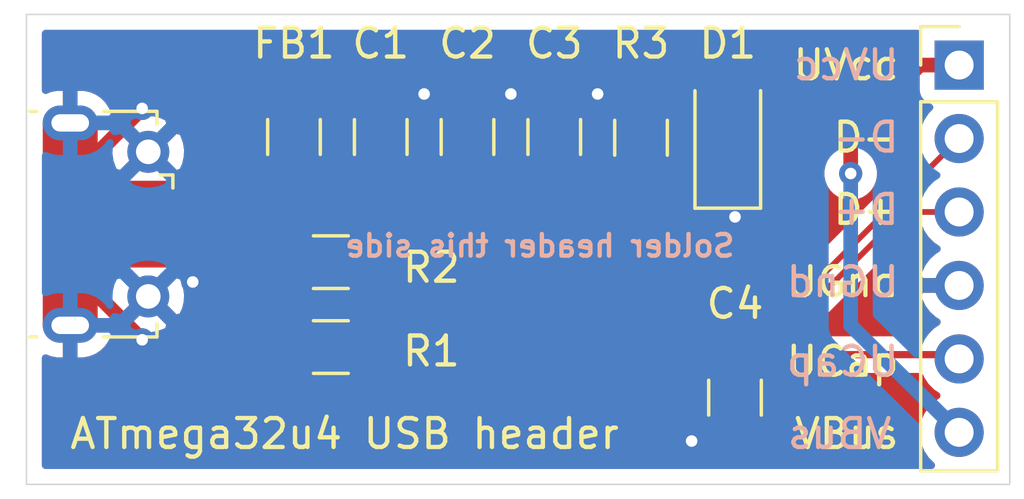
<source format=kicad_pcb>
(kicad_pcb (version 20171130) (host pcbnew "(5.1.5)-3")

  (general
    (thickness 1.6)
    (drawings 18)
    (tracks 65)
    (zones 0)
    (modules 11)
    (nets 10)
  )

  (page A4)
  (layers
    (0 F.Cu signal)
    (31 B.Cu signal)
    (32 B.Adhes user)
    (33 F.Adhes user)
    (34 B.Paste user)
    (35 F.Paste user)
    (36 B.SilkS user)
    (37 F.SilkS user)
    (38 B.Mask user)
    (39 F.Mask user)
    (40 Dwgs.User user)
    (41 Cmts.User user)
    (42 Eco1.User user)
    (43 Eco2.User user)
    (44 Edge.Cuts user)
    (45 Margin user)
    (46 B.CrtYd user)
    (47 F.CrtYd user)
    (48 B.Fab user)
    (49 F.Fab user hide)
  )

  (setup
    (last_trace_width 0.508)
    (user_trace_width 0.381)
    (user_trace_width 0.508)
    (trace_clearance 0.2)
    (zone_clearance 0.508)
    (zone_45_only no)
    (trace_min 0.2)
    (via_size 0.8)
    (via_drill 0.4)
    (via_min_size 0.4)
    (via_min_drill 0.3)
    (uvia_size 0.3)
    (uvia_drill 0.1)
    (uvias_allowed no)
    (uvia_min_size 0.2)
    (uvia_min_drill 0.1)
    (edge_width 0.05)
    (segment_width 0.2)
    (pcb_text_width 0.3)
    (pcb_text_size 1.5 1.5)
    (mod_edge_width 0.12)
    (mod_text_size 1 1)
    (mod_text_width 0.15)
    (pad_size 1.524 1.524)
    (pad_drill 0.762)
    (pad_to_mask_clearance 0.051)
    (solder_mask_min_width 0.25)
    (aux_axis_origin 0 0)
    (visible_elements 7FFFFFFF)
    (pcbplotparams
      (layerselection 0x010fc_ffffffff)
      (usegerberextensions false)
      (usegerberattributes false)
      (usegerberadvancedattributes false)
      (creategerberjobfile false)
      (excludeedgelayer true)
      (linewidth 0.100000)
      (plotframeref false)
      (viasonmask false)
      (mode 1)
      (useauxorigin false)
      (hpglpennumber 1)
      (hpglpenspeed 20)
      (hpglpendiameter 15.000000)
      (psnegative false)
      (psa4output false)
      (plotreference true)
      (plotvalue true)
      (plotinvisibletext false)
      (padsonsilk false)
      (subtractmaskfromsilk false)
      (outputformat 1)
      (mirror false)
      (drillshape 0)
      (scaleselection 1)
      (outputdirectory "gerbers/"))
  )

  (net 0 "")
  (net 1 "Net-(J1-Pad4)")
  (net 2 /DR-)
  (net 3 /DR+)
  (net 4 UVcc)
  (net 5 UGnd)
  (net 6 UCap)
  (net 7 "Net-(D1-Pad2)")
  (net 8 D-)
  (net 9 D+)

  (net_class Default "This is the default net class."
    (clearance 0.2)
    (trace_width 0.25)
    (via_dia 0.8)
    (via_drill 0.4)
    (uvia_dia 0.3)
    (uvia_drill 0.1)
    (add_net /DR+)
    (add_net /DR-)
    (add_net D+)
    (add_net D-)
    (add_net "Net-(D1-Pad2)")
    (add_net "Net-(J1-Pad4)")
    (add_net UCap)
    (add_net UGnd)
    (add_net UVcc)
  )

  (module Connector_USB:USB_Micro-B_Molex-105017-0001 (layer F.Cu) (tedit 5A1DC0BE) (tstamp 6125420C)
    (at 102.75 91 270)
    (descr http://www.molex.com/pdm_docs/sd/1050170001_sd.pdf)
    (tags "Micro-USB SMD Typ-B")
    (path /6125557F)
    (attr smd)
    (fp_text reference J1 (at 5.25 -1.75 180) (layer F.SilkS) hide
      (effects (font (size 1 1) (thickness 0.15)))
    )
    (fp_text value USB_B_Micro (at 0.3 4.3375 90) (layer F.Fab)
      (effects (font (size 1 1) (thickness 0.15)))
    )
    (fp_text user "PCB Edge" (at 0 2.6875 90) (layer Dwgs.User)
      (effects (font (size 0.5 0.5) (thickness 0.08)))
    )
    (fp_text user %R (at 0 0.8875 90) (layer F.Fab)
      (effects (font (size 1 1) (thickness 0.15)))
    )
    (fp_line (start -4.4 3.64) (end 4.4 3.64) (layer F.CrtYd) (width 0.05))
    (fp_line (start 4.4 -2.46) (end 4.4 3.64) (layer F.CrtYd) (width 0.05))
    (fp_line (start -4.4 -2.46) (end 4.4 -2.46) (layer F.CrtYd) (width 0.05))
    (fp_line (start -4.4 3.64) (end -4.4 -2.46) (layer F.CrtYd) (width 0.05))
    (fp_line (start -3.9 -1.7625) (end -3.45 -1.7625) (layer F.SilkS) (width 0.12))
    (fp_line (start -3.9 0.0875) (end -3.9 -1.7625) (layer F.SilkS) (width 0.12))
    (fp_line (start 3.9 2.6375) (end 3.9 2.3875) (layer F.SilkS) (width 0.12))
    (fp_line (start 3.75 3.3875) (end 3.75 -1.6125) (layer F.Fab) (width 0.1))
    (fp_line (start -3 2.689204) (end 3 2.689204) (layer F.Fab) (width 0.1))
    (fp_line (start -3.75 3.389204) (end 3.75 3.389204) (layer F.Fab) (width 0.1))
    (fp_line (start -3.75 -1.6125) (end 3.75 -1.6125) (layer F.Fab) (width 0.1))
    (fp_line (start -3.75 3.3875) (end -3.75 -1.6125) (layer F.Fab) (width 0.1))
    (fp_line (start -3.9 2.6375) (end -3.9 2.3875) (layer F.SilkS) (width 0.12))
    (fp_line (start 3.9 0.0875) (end 3.9 -1.7625) (layer F.SilkS) (width 0.12))
    (fp_line (start 3.9 -1.7625) (end 3.45 -1.7625) (layer F.SilkS) (width 0.12))
    (fp_line (start -1.7 -2.3125) (end -1.25 -2.3125) (layer F.SilkS) (width 0.12))
    (fp_line (start -1.7 -2.3125) (end -1.7 -1.8625) (layer F.SilkS) (width 0.12))
    (fp_line (start -1.3 -1.7125) (end -1.5 -1.9125) (layer F.Fab) (width 0.1))
    (fp_line (start -1.1 -1.9125) (end -1.3 -1.7125) (layer F.Fab) (width 0.1))
    (fp_line (start -1.5 -2.1225) (end -1.1 -2.1225) (layer F.Fab) (width 0.1))
    (fp_line (start -1.5 -2.1225) (end -1.5 -1.9125) (layer F.Fab) (width 0.1))
    (fp_line (start -1.1 -2.1225) (end -1.1 -1.9125) (layer F.Fab) (width 0.1))
    (pad 6 smd rect (at 1 1.2375 270) (size 1.5 1.9) (layers F.Cu F.Paste F.Mask)
      (net 5 UGnd))
    (pad 6 thru_hole circle (at -2.5 -1.4625 270) (size 1.45 1.45) (drill 0.85) (layers *.Cu *.Mask)
      (net 5 UGnd))
    (pad 2 smd rect (at -0.65 -1.4625 270) (size 0.4 1.35) (layers F.Cu F.Paste F.Mask)
      (net 2 /DR-))
    (pad 1 smd rect (at -1.3 -1.4625 270) (size 0.4 1.35) (layers F.Cu F.Paste F.Mask)
      (net 4 UVcc))
    (pad 5 smd rect (at 1.3 -1.4625 270) (size 0.4 1.35) (layers F.Cu F.Paste F.Mask)
      (net 5 UGnd))
    (pad 4 smd rect (at 0.65 -1.4625 270) (size 0.4 1.35) (layers F.Cu F.Paste F.Mask)
      (net 1 "Net-(J1-Pad4)"))
    (pad 3 smd rect (at 0 -1.4625 270) (size 0.4 1.35) (layers F.Cu F.Paste F.Mask)
      (net 3 /DR+))
    (pad 6 thru_hole circle (at 2.5 -1.4625 270) (size 1.45 1.45) (drill 0.85) (layers *.Cu *.Mask)
      (net 5 UGnd))
    (pad 6 smd rect (at -1 1.2375 270) (size 1.5 1.9) (layers F.Cu F.Paste F.Mask)
      (net 5 UGnd))
    (pad 6 thru_hole oval (at -3.5 1.2375 90) (size 1.2 1.9) (drill oval 0.6 1.3) (layers *.Cu *.Mask)
      (net 5 UGnd))
    (pad 6 thru_hole oval (at 3.5 1.2375 270) (size 1.2 1.9) (drill oval 0.6 1.3) (layers *.Cu *.Mask)
      (net 5 UGnd))
    (pad 6 smd rect (at 2.9 1.2375 270) (size 1.2 1.9) (layers F.Cu F.Mask)
      (net 5 UGnd))
    (pad 6 smd rect (at -2.9 1.2375 270) (size 1.2 1.9) (layers F.Cu F.Mask)
      (net 5 UGnd))
    (model ${KISYS3DMOD}/Connector_USB.3dshapes/USB_Micro-B_Molex-105017-0001.wrl
      (at (xyz 0 0 0))
      (scale (xyz 1 1 1))
      (rotate (xyz 0 0 0))
    )
  )

  (module Capacitor_SMD:C_1206_3216Metric_Pad1.42x1.75mm_HandSolder (layer F.Cu) (tedit 5B301BBE) (tstamp 6125519C)
    (at 112.25 87.9875 270)
    (descr "Capacitor SMD 1206 (3216 Metric), square (rectangular) end terminal, IPC_7351 nominal with elongated pad for handsoldering. (Body size source: http://www.tortai-tech.com/upload/download/2011102023233369053.pdf), generated with kicad-footprint-generator")
    (tags "capacitor handsolder")
    (path /6126B4A3)
    (attr smd)
    (fp_text reference C1 (at -3.2375 0 180) (layer F.SilkS)
      (effects (font (size 1 1) (thickness 0.15)))
    )
    (fp_text value 10uF (at 0 1.82 90) (layer F.Fab)
      (effects (font (size 1 1) (thickness 0.15)))
    )
    (fp_text user %R (at 0 0 90) (layer F.Fab)
      (effects (font (size 0.8 0.8) (thickness 0.12)))
    )
    (fp_line (start 2.45 1.12) (end -2.45 1.12) (layer F.CrtYd) (width 0.05))
    (fp_line (start 2.45 -1.12) (end 2.45 1.12) (layer F.CrtYd) (width 0.05))
    (fp_line (start -2.45 -1.12) (end 2.45 -1.12) (layer F.CrtYd) (width 0.05))
    (fp_line (start -2.45 1.12) (end -2.45 -1.12) (layer F.CrtYd) (width 0.05))
    (fp_line (start -0.602064 0.91) (end 0.602064 0.91) (layer F.SilkS) (width 0.12))
    (fp_line (start -0.602064 -0.91) (end 0.602064 -0.91) (layer F.SilkS) (width 0.12))
    (fp_line (start 1.6 0.8) (end -1.6 0.8) (layer F.Fab) (width 0.1))
    (fp_line (start 1.6 -0.8) (end 1.6 0.8) (layer F.Fab) (width 0.1))
    (fp_line (start -1.6 -0.8) (end 1.6 -0.8) (layer F.Fab) (width 0.1))
    (fp_line (start -1.6 0.8) (end -1.6 -0.8) (layer F.Fab) (width 0.1))
    (pad 2 smd roundrect (at 1.4875 0 270) (size 1.425 1.75) (layers F.Cu F.Paste F.Mask) (roundrect_rratio 0.175439)
      (net 4 UVcc))
    (pad 1 smd roundrect (at -1.4875 0 270) (size 1.425 1.75) (layers F.Cu F.Paste F.Mask) (roundrect_rratio 0.175439)
      (net 5 UGnd))
    (model ${KISYS3DMOD}/Capacitor_SMD.3dshapes/C_1206_3216Metric.wrl
      (at (xyz 0 0 0))
      (scale (xyz 1 1 1))
      (rotate (xyz 0 0 0))
    )
  )

  (module Capacitor_SMD:C_1206_3216Metric_Pad1.42x1.75mm_HandSolder (layer F.Cu) (tedit 5B301BBE) (tstamp 61254FD3)
    (at 115.25 87.9875 90)
    (descr "Capacitor SMD 1206 (3216 Metric), square (rectangular) end terminal, IPC_7351 nominal with elongated pad for handsoldering. (Body size source: http://www.tortai-tech.com/upload/download/2011102023233369053.pdf), generated with kicad-footprint-generator")
    (tags "capacitor handsolder")
    (path /6126DF79)
    (attr smd)
    (fp_text reference C2 (at 3.2375 0 180) (layer F.SilkS)
      (effects (font (size 1 1) (thickness 0.15)))
    )
    (fp_text value 1uF (at 0 1.82 90) (layer F.Fab)
      (effects (font (size 1 1) (thickness 0.15)))
    )
    (fp_text user %R (at 0 0 90) (layer F.Fab)
      (effects (font (size 0.8 0.8) (thickness 0.12)))
    )
    (fp_line (start 2.45 1.12) (end -2.45 1.12) (layer F.CrtYd) (width 0.05))
    (fp_line (start 2.45 -1.12) (end 2.45 1.12) (layer F.CrtYd) (width 0.05))
    (fp_line (start -2.45 -1.12) (end 2.45 -1.12) (layer F.CrtYd) (width 0.05))
    (fp_line (start -2.45 1.12) (end -2.45 -1.12) (layer F.CrtYd) (width 0.05))
    (fp_line (start -0.602064 0.91) (end 0.602064 0.91) (layer F.SilkS) (width 0.12))
    (fp_line (start -0.602064 -0.91) (end 0.602064 -0.91) (layer F.SilkS) (width 0.12))
    (fp_line (start 1.6 0.8) (end -1.6 0.8) (layer F.Fab) (width 0.1))
    (fp_line (start 1.6 -0.8) (end 1.6 0.8) (layer F.Fab) (width 0.1))
    (fp_line (start -1.6 -0.8) (end 1.6 -0.8) (layer F.Fab) (width 0.1))
    (fp_line (start -1.6 0.8) (end -1.6 -0.8) (layer F.Fab) (width 0.1))
    (pad 2 smd roundrect (at 1.4875 0 90) (size 1.425 1.75) (layers F.Cu F.Paste F.Mask) (roundrect_rratio 0.175439)
      (net 5 UGnd))
    (pad 1 smd roundrect (at -1.4875 0 90) (size 1.425 1.75) (layers F.Cu F.Paste F.Mask) (roundrect_rratio 0.175439)
      (net 4 UVcc))
    (model ${KISYS3DMOD}/Capacitor_SMD.3dshapes/C_1206_3216Metric.wrl
      (at (xyz 0 0 0))
      (scale (xyz 1 1 1))
      (rotate (xyz 0 0 0))
    )
  )

  (module Capacitor_SMD:C_1206_3216Metric_Pad1.42x1.75mm_HandSolder (layer F.Cu) (tedit 5B301BBE) (tstamp 61254FE4)
    (at 118.25 87.9875 90)
    (descr "Capacitor SMD 1206 (3216 Metric), square (rectangular) end terminal, IPC_7351 nominal with elongated pad for handsoldering. (Body size source: http://www.tortai-tech.com/upload/download/2011102023233369053.pdf), generated with kicad-footprint-generator")
    (tags "capacitor handsolder")
    (path /6126E66F)
    (attr smd)
    (fp_text reference C3 (at 3.2375 0 180) (layer F.SilkS)
      (effects (font (size 1 1) (thickness 0.15)))
    )
    (fp_text value 0.1uF (at 0 1.82 90) (layer F.Fab)
      (effects (font (size 1 1) (thickness 0.15)))
    )
    (fp_line (start -1.6 0.8) (end -1.6 -0.8) (layer F.Fab) (width 0.1))
    (fp_line (start -1.6 -0.8) (end 1.6 -0.8) (layer F.Fab) (width 0.1))
    (fp_line (start 1.6 -0.8) (end 1.6 0.8) (layer F.Fab) (width 0.1))
    (fp_line (start 1.6 0.8) (end -1.6 0.8) (layer F.Fab) (width 0.1))
    (fp_line (start -0.602064 -0.91) (end 0.602064 -0.91) (layer F.SilkS) (width 0.12))
    (fp_line (start -0.602064 0.91) (end 0.602064 0.91) (layer F.SilkS) (width 0.12))
    (fp_line (start -2.45 1.12) (end -2.45 -1.12) (layer F.CrtYd) (width 0.05))
    (fp_line (start -2.45 -1.12) (end 2.45 -1.12) (layer F.CrtYd) (width 0.05))
    (fp_line (start 2.45 -1.12) (end 2.45 1.12) (layer F.CrtYd) (width 0.05))
    (fp_line (start 2.45 1.12) (end -2.45 1.12) (layer F.CrtYd) (width 0.05))
    (fp_text user %R (at 0 0 90) (layer F.Fab)
      (effects (font (size 0.8 0.8) (thickness 0.12)))
    )
    (pad 1 smd roundrect (at -1.4875 0 90) (size 1.425 1.75) (layers F.Cu F.Paste F.Mask) (roundrect_rratio 0.175439)
      (net 4 UVcc))
    (pad 2 smd roundrect (at 1.4875 0 90) (size 1.425 1.75) (layers F.Cu F.Paste F.Mask) (roundrect_rratio 0.175439)
      (net 5 UGnd))
    (model ${KISYS3DMOD}/Capacitor_SMD.3dshapes/C_1206_3216Metric.wrl
      (at (xyz 0 0 0))
      (scale (xyz 1 1 1))
      (rotate (xyz 0 0 0))
    )
  )

  (module Capacitor_SMD:C_1206_3216Metric_Pad1.42x1.75mm_HandSolder (layer F.Cu) (tedit 5B301BBE) (tstamp 61254FF5)
    (at 124.5 97 90)
    (descr "Capacitor SMD 1206 (3216 Metric), square (rectangular) end terminal, IPC_7351 nominal with elongated pad for handsoldering. (Body size source: http://www.tortai-tech.com/upload/download/2011102023233369053.pdf), generated with kicad-footprint-generator")
    (tags "capacitor handsolder")
    (path /6126BAAC)
    (attr smd)
    (fp_text reference C4 (at 3.25 0 180) (layer F.SilkS)
      (effects (font (size 1 1) (thickness 0.15)))
    )
    (fp_text value 1uF (at 0 1.82 90) (layer F.Fab)
      (effects (font (size 1 1) (thickness 0.15)))
    )
    (fp_line (start -1.6 0.8) (end -1.6 -0.8) (layer F.Fab) (width 0.1))
    (fp_line (start -1.6 -0.8) (end 1.6 -0.8) (layer F.Fab) (width 0.1))
    (fp_line (start 1.6 -0.8) (end 1.6 0.8) (layer F.Fab) (width 0.1))
    (fp_line (start 1.6 0.8) (end -1.6 0.8) (layer F.Fab) (width 0.1))
    (fp_line (start -0.602064 -0.91) (end 0.602064 -0.91) (layer F.SilkS) (width 0.12))
    (fp_line (start -0.602064 0.91) (end 0.602064 0.91) (layer F.SilkS) (width 0.12))
    (fp_line (start -2.45 1.12) (end -2.45 -1.12) (layer F.CrtYd) (width 0.05))
    (fp_line (start -2.45 -1.12) (end 2.45 -1.12) (layer F.CrtYd) (width 0.05))
    (fp_line (start 2.45 -1.12) (end 2.45 1.12) (layer F.CrtYd) (width 0.05))
    (fp_line (start 2.45 1.12) (end -2.45 1.12) (layer F.CrtYd) (width 0.05))
    (fp_text user %R (at 0 0 90) (layer F.Fab)
      (effects (font (size 0.8 0.8) (thickness 0.12)))
    )
    (pad 1 smd roundrect (at -1.4875 0 90) (size 1.425 1.75) (layers F.Cu F.Paste F.Mask) (roundrect_rratio 0.175439)
      (net 5 UGnd))
    (pad 2 smd roundrect (at 1.4875 0 90) (size 1.425 1.75) (layers F.Cu F.Paste F.Mask) (roundrect_rratio 0.175439)
      (net 6 UCap))
    (model ${KISYS3DMOD}/Capacitor_SMD.3dshapes/C_1206_3216Metric.wrl
      (at (xyz 0 0 0))
      (scale (xyz 1 1 1))
      (rotate (xyz 0 0 0))
    )
  )

  (module LED_SMD:LED_1206_3216Metric_Pad1.42x1.75mm_HandSolder (layer F.Cu) (tedit 5B4B45C9) (tstamp 61255008)
    (at 124.25 87.9875 90)
    (descr "LED SMD 1206 (3216 Metric), square (rectangular) end terminal, IPC_7351 nominal, (Body size source: http://www.tortai-tech.com/upload/download/2011102023233369053.pdf), generated with kicad-footprint-generator")
    (tags "LED handsolder")
    (path /6126FB2D)
    (attr smd)
    (fp_text reference D1 (at 3.2375 0 180) (layer F.SilkS)
      (effects (font (size 1 1) (thickness 0.15)))
    )
    (fp_text value LED (at 0 1.82 90) (layer F.Fab)
      (effects (font (size 1 1) (thickness 0.15)))
    )
    (fp_line (start 1.6 -0.8) (end -1.2 -0.8) (layer F.Fab) (width 0.1))
    (fp_line (start -1.2 -0.8) (end -1.6 -0.4) (layer F.Fab) (width 0.1))
    (fp_line (start -1.6 -0.4) (end -1.6 0.8) (layer F.Fab) (width 0.1))
    (fp_line (start -1.6 0.8) (end 1.6 0.8) (layer F.Fab) (width 0.1))
    (fp_line (start 1.6 0.8) (end 1.6 -0.8) (layer F.Fab) (width 0.1))
    (fp_line (start 1.6 -1.135) (end -2.46 -1.135) (layer F.SilkS) (width 0.12))
    (fp_line (start -2.46 -1.135) (end -2.46 1.135) (layer F.SilkS) (width 0.12))
    (fp_line (start -2.46 1.135) (end 1.6 1.135) (layer F.SilkS) (width 0.12))
    (fp_line (start -2.45 1.12) (end -2.45 -1.12) (layer F.CrtYd) (width 0.05))
    (fp_line (start -2.45 -1.12) (end 2.45 -1.12) (layer F.CrtYd) (width 0.05))
    (fp_line (start 2.45 -1.12) (end 2.45 1.12) (layer F.CrtYd) (width 0.05))
    (fp_line (start 2.45 1.12) (end -2.45 1.12) (layer F.CrtYd) (width 0.05))
    (fp_text user %R (at 0 0 90) (layer F.Fab)
      (effects (font (size 0.8 0.8) (thickness 0.12)))
    )
    (pad 1 smd roundrect (at -1.4875 0 90) (size 1.425 1.75) (layers F.Cu F.Paste F.Mask) (roundrect_rratio 0.175439)
      (net 5 UGnd))
    (pad 2 smd roundrect (at 1.4875 0 90) (size 1.425 1.75) (layers F.Cu F.Paste F.Mask) (roundrect_rratio 0.175439)
      (net 7 "Net-(D1-Pad2)"))
    (model ${KISYS3DMOD}/LED_SMD.3dshapes/LED_1206_3216Metric.wrl
      (at (xyz 0 0 0))
      (scale (xyz 1 1 1))
      (rotate (xyz 0 0 0))
    )
  )

  (module Resistor_SMD:R_1206_3216Metric_Pad1.42x1.75mm_HandSolder (layer F.Cu) (tedit 5B301BBD) (tstamp 61255019)
    (at 109.25 87.9875 90)
    (descr "Resistor SMD 1206 (3216 Metric), square (rectangular) end terminal, IPC_7351 nominal with elongated pad for handsoldering. (Body size source: http://www.tortai-tech.com/upload/download/2011102023233369053.pdf), generated with kicad-footprint-generator")
    (tags "resistor handsolder")
    (path /6126AFD8)
    (attr smd)
    (fp_text reference FB1 (at 3.2375 0 180) (layer F.SilkS)
      (effects (font (size 1 1) (thickness 0.15)))
    )
    (fp_text value Ferrite_Bead_Small (at 0 1.82 90) (layer F.Fab)
      (effects (font (size 1 1) (thickness 0.15)))
    )
    (fp_text user %R (at 0 0 90) (layer F.Fab)
      (effects (font (size 0.8 0.8) (thickness 0.12)))
    )
    (fp_line (start 2.45 1.12) (end -2.45 1.12) (layer F.CrtYd) (width 0.05))
    (fp_line (start 2.45 -1.12) (end 2.45 1.12) (layer F.CrtYd) (width 0.05))
    (fp_line (start -2.45 -1.12) (end 2.45 -1.12) (layer F.CrtYd) (width 0.05))
    (fp_line (start -2.45 1.12) (end -2.45 -1.12) (layer F.CrtYd) (width 0.05))
    (fp_line (start -0.602064 0.91) (end 0.602064 0.91) (layer F.SilkS) (width 0.12))
    (fp_line (start -0.602064 -0.91) (end 0.602064 -0.91) (layer F.SilkS) (width 0.12))
    (fp_line (start 1.6 0.8) (end -1.6 0.8) (layer F.Fab) (width 0.1))
    (fp_line (start 1.6 -0.8) (end 1.6 0.8) (layer F.Fab) (width 0.1))
    (fp_line (start -1.6 -0.8) (end 1.6 -0.8) (layer F.Fab) (width 0.1))
    (fp_line (start -1.6 0.8) (end -1.6 -0.8) (layer F.Fab) (width 0.1))
    (pad 2 smd roundrect (at 1.4875 0 90) (size 1.425 1.75) (layers F.Cu F.Paste F.Mask) (roundrect_rratio 0.175439)
      (net 4 UVcc))
    (pad 1 smd roundrect (at -1.4875 0 90) (size 1.425 1.75) (layers F.Cu F.Paste F.Mask) (roundrect_rratio 0.175439)
      (net 4 UVcc))
    (model ${KISYS3DMOD}/Resistor_SMD.3dshapes/R_1206_3216Metric.wrl
      (at (xyz 0 0 0))
      (scale (xyz 1 1 1))
      (rotate (xyz 0 0 0))
    )
  )

  (module Connector_PinHeader_2.54mm:PinHeader_1x06_P2.54mm_Vertical (layer F.Cu) (tedit 59FED5CC) (tstamp 612555E1)
    (at 132.25 85.5)
    (descr "Through hole straight pin header, 1x06, 2.54mm pitch, single row")
    (tags "Through hole pin header THT 1x06 2.54mm single row")
    (path /61261303)
    (fp_text reference J2 (at -2.5 13.75 180) (layer F.SilkS) hide
      (effects (font (size 1 1) (thickness 0.15)))
    )
    (fp_text value Conn_01x06_Female (at 0 15.03) (layer F.Fab)
      (effects (font (size 1 1) (thickness 0.15)))
    )
    (fp_line (start -0.635 -1.27) (end 1.27 -1.27) (layer F.Fab) (width 0.1))
    (fp_line (start 1.27 -1.27) (end 1.27 13.97) (layer F.Fab) (width 0.1))
    (fp_line (start 1.27 13.97) (end -1.27 13.97) (layer F.Fab) (width 0.1))
    (fp_line (start -1.27 13.97) (end -1.27 -0.635) (layer F.Fab) (width 0.1))
    (fp_line (start -1.27 -0.635) (end -0.635 -1.27) (layer F.Fab) (width 0.1))
    (fp_line (start -1.33 14.03) (end 1.33 14.03) (layer F.SilkS) (width 0.12))
    (fp_line (start -1.33 1.27) (end -1.33 14.03) (layer F.SilkS) (width 0.12))
    (fp_line (start 1.33 1.27) (end 1.33 14.03) (layer F.SilkS) (width 0.12))
    (fp_line (start -1.33 1.27) (end 1.33 1.27) (layer F.SilkS) (width 0.12))
    (fp_line (start -1.33 0) (end -1.33 -1.33) (layer F.SilkS) (width 0.12))
    (fp_line (start -1.33 -1.33) (end 0 -1.33) (layer F.SilkS) (width 0.12))
    (fp_line (start -1.8 -1.8) (end -1.8 14.5) (layer F.CrtYd) (width 0.05))
    (fp_line (start -1.8 14.5) (end 1.8 14.5) (layer F.CrtYd) (width 0.05))
    (fp_line (start 1.8 14.5) (end 1.8 -1.8) (layer F.CrtYd) (width 0.05))
    (fp_line (start 1.8 -1.8) (end -1.8 -1.8) (layer F.CrtYd) (width 0.05))
    (fp_text user %R (at 0 6.35 90) (layer F.Fab)
      (effects (font (size 1 1) (thickness 0.15)))
    )
    (pad 1 thru_hole rect (at 0 0) (size 1.7 1.7) (drill 1) (layers *.Cu *.Mask)
      (net 4 UVcc))
    (pad 2 thru_hole oval (at 0 2.54) (size 1.7 1.7) (drill 1) (layers *.Cu *.Mask)
      (net 8 D-))
    (pad 3 thru_hole oval (at 0 5.08) (size 1.7 1.7) (drill 1) (layers *.Cu *.Mask)
      (net 9 D+))
    (pad 4 thru_hole oval (at 0 7.62) (size 1.7 1.7) (drill 1) (layers *.Cu *.Mask)
      (net 5 UGnd))
    (pad 5 thru_hole oval (at 0 10.16) (size 1.7 1.7) (drill 1) (layers *.Cu *.Mask)
      (net 6 UCap))
    (pad 6 thru_hole oval (at 0 12.7) (size 1.7 1.7) (drill 1) (layers *.Cu *.Mask)
      (net 4 UVcc))
    (model ${KISYS3DMOD}/Connector_PinSocket_2.54mm.3dshapes/PinSocket_1x06_P2.54mm_Vertical.step
      (offset (xyz 0 0 -2))
      (scale (xyz 1 1 1))
      (rotate (xyz 0 180 0))
    )
  )

  (module Resistor_SMD:R_1206_3216Metric_Pad1.42x1.75mm_HandSolder (layer F.Cu) (tedit 5B301BBD) (tstamp 61255044)
    (at 121.25 88.0125 90)
    (descr "Resistor SMD 1206 (3216 Metric), square (rectangular) end terminal, IPC_7351 nominal with elongated pad for handsoldering. (Body size source: http://www.tortai-tech.com/upload/download/2011102023233369053.pdf), generated with kicad-footprint-generator")
    (tags "resistor handsolder")
    (path /6126F76F)
    (attr smd)
    (fp_text reference R3 (at 3.2625 0 180) (layer F.SilkS)
      (effects (font (size 1 1) (thickness 0.15)))
    )
    (fp_text value 1K (at 0 1.82 90) (layer F.Fab)
      (effects (font (size 1 1) (thickness 0.15)))
    )
    (fp_line (start -1.6 0.8) (end -1.6 -0.8) (layer F.Fab) (width 0.1))
    (fp_line (start -1.6 -0.8) (end 1.6 -0.8) (layer F.Fab) (width 0.1))
    (fp_line (start 1.6 -0.8) (end 1.6 0.8) (layer F.Fab) (width 0.1))
    (fp_line (start 1.6 0.8) (end -1.6 0.8) (layer F.Fab) (width 0.1))
    (fp_line (start -0.602064 -0.91) (end 0.602064 -0.91) (layer F.SilkS) (width 0.12))
    (fp_line (start -0.602064 0.91) (end 0.602064 0.91) (layer F.SilkS) (width 0.12))
    (fp_line (start -2.45 1.12) (end -2.45 -1.12) (layer F.CrtYd) (width 0.05))
    (fp_line (start -2.45 -1.12) (end 2.45 -1.12) (layer F.CrtYd) (width 0.05))
    (fp_line (start 2.45 -1.12) (end 2.45 1.12) (layer F.CrtYd) (width 0.05))
    (fp_line (start 2.45 1.12) (end -2.45 1.12) (layer F.CrtYd) (width 0.05))
    (fp_text user %R (at 0 0 90) (layer F.Fab)
      (effects (font (size 0.8 0.8) (thickness 0.12)))
    )
    (pad 1 smd roundrect (at -1.4875 0 90) (size 1.425 1.75) (layers F.Cu F.Paste F.Mask) (roundrect_rratio 0.175439)
      (net 4 UVcc))
    (pad 2 smd roundrect (at 1.4875 0 90) (size 1.425 1.75) (layers F.Cu F.Paste F.Mask) (roundrect_rratio 0.175439)
      (net 7 "Net-(D1-Pad2)"))
    (model ${KISYS3DMOD}/Resistor_SMD.3dshapes/R_1206_3216Metric.wrl
      (at (xyz 0 0 0))
      (scale (xyz 1 1 1))
      (rotate (xyz 0 0 0))
    )
  )

  (module Resistor_SMD:R_1206_3216Metric_Pad1.42x1.75mm_HandSolder (layer F.Cu) (tedit 5B301BBD) (tstamp 61255547)
    (at 110.524999 95.25 180)
    (descr "Resistor SMD 1206 (3216 Metric), square (rectangular) end terminal, IPC_7351 nominal with elongated pad for handsoldering. (Body size source: http://www.tortai-tech.com/upload/download/2011102023233369053.pdf), generated with kicad-footprint-generator")
    (tags "resistor handsolder")
    (path /61255C02)
    (attr smd)
    (fp_text reference R1 (at -3.475001 -0.145001) (layer F.SilkS)
      (effects (font (size 1 1) (thickness 0.15)))
    )
    (fp_text value 22 (at 0 1.82) (layer F.Fab)
      (effects (font (size 1 1) (thickness 0.15)))
    )
    (fp_line (start -1.6 0.8) (end -1.6 -0.8) (layer F.Fab) (width 0.1))
    (fp_line (start -1.6 -0.8) (end 1.6 -0.8) (layer F.Fab) (width 0.1))
    (fp_line (start 1.6 -0.8) (end 1.6 0.8) (layer F.Fab) (width 0.1))
    (fp_line (start 1.6 0.8) (end -1.6 0.8) (layer F.Fab) (width 0.1))
    (fp_line (start -0.602064 -0.91) (end 0.602064 -0.91) (layer F.SilkS) (width 0.12))
    (fp_line (start -0.602064 0.91) (end 0.602064 0.91) (layer F.SilkS) (width 0.12))
    (fp_line (start -2.45 1.12) (end -2.45 -1.12) (layer F.CrtYd) (width 0.05))
    (fp_line (start -2.45 -1.12) (end 2.45 -1.12) (layer F.CrtYd) (width 0.05))
    (fp_line (start 2.45 -1.12) (end 2.45 1.12) (layer F.CrtYd) (width 0.05))
    (fp_line (start 2.45 1.12) (end -2.45 1.12) (layer F.CrtYd) (width 0.05))
    (fp_text user %R (at 0 0) (layer F.Fab)
      (effects (font (size 0.8 0.8) (thickness 0.12)))
    )
    (pad 1 smd roundrect (at -1.4875 0 180) (size 1.425 1.75) (layers F.Cu F.Paste F.Mask) (roundrect_rratio 0.175439)
      (net 9 D+))
    (pad 2 smd roundrect (at 1.4875 0 180) (size 1.425 1.75) (layers F.Cu F.Paste F.Mask) (roundrect_rratio 0.175439)
      (net 3 /DR+))
    (model ${KISYS3DMOD}/Resistor_SMD.3dshapes/R_1206_3216Metric.wrl
      (at (xyz 0 0 0))
      (scale (xyz 1 1 1))
      (rotate (xyz 0 0 0))
    )
  )

  (module Resistor_SMD:R_1206_3216Metric_Pad1.42x1.75mm_HandSolder (layer F.Cu) (tedit 5B301BBD) (tstamp 61255558)
    (at 110.524999 92.314999 180)
    (descr "Resistor SMD 1206 (3216 Metric), square (rectangular) end terminal, IPC_7351 nominal with elongated pad for handsoldering. (Body size source: http://www.tortai-tech.com/upload/download/2011102023233369053.pdf), generated with kicad-footprint-generator")
    (tags "resistor handsolder")
    (path /612566EC)
    (attr smd)
    (fp_text reference R2 (at -3.475001 -0.185001) (layer F.SilkS)
      (effects (font (size 1 1) (thickness 0.15)))
    )
    (fp_text value 22 (at 0 1.82) (layer F.Fab)
      (effects (font (size 1 1) (thickness 0.15)))
    )
    (fp_text user %R (at 0 0) (layer F.Fab)
      (effects (font (size 0.8 0.8) (thickness 0.12)))
    )
    (fp_line (start 2.45 1.12) (end -2.45 1.12) (layer F.CrtYd) (width 0.05))
    (fp_line (start 2.45 -1.12) (end 2.45 1.12) (layer F.CrtYd) (width 0.05))
    (fp_line (start -2.45 -1.12) (end 2.45 -1.12) (layer F.CrtYd) (width 0.05))
    (fp_line (start -2.45 1.12) (end -2.45 -1.12) (layer F.CrtYd) (width 0.05))
    (fp_line (start -0.602064 0.91) (end 0.602064 0.91) (layer F.SilkS) (width 0.12))
    (fp_line (start -0.602064 -0.91) (end 0.602064 -0.91) (layer F.SilkS) (width 0.12))
    (fp_line (start 1.6 0.8) (end -1.6 0.8) (layer F.Fab) (width 0.1))
    (fp_line (start 1.6 -0.8) (end 1.6 0.8) (layer F.Fab) (width 0.1))
    (fp_line (start -1.6 -0.8) (end 1.6 -0.8) (layer F.Fab) (width 0.1))
    (fp_line (start -1.6 0.8) (end -1.6 -0.8) (layer F.Fab) (width 0.1))
    (pad 2 smd roundrect (at 1.4875 0 180) (size 1.425 1.75) (layers F.Cu F.Paste F.Mask) (roundrect_rratio 0.175439)
      (net 2 /DR-))
    (pad 1 smd roundrect (at -1.4875 0 180) (size 1.425 1.75) (layers F.Cu F.Paste F.Mask) (roundrect_rratio 0.175439)
      (net 8 D-))
    (model ${KISYS3DMOD}/Resistor_SMD.3dshapes/R_1206_3216Metric.wrl
      (at (xyz 0 0 0))
      (scale (xyz 1 1 1))
      (rotate (xyz 0 0 0))
    )
  )

  (gr_text "Solder header this side" (at 117.75 91.75) (layer B.SilkS)
    (effects (font (size 0.75 0.75) (thickness 0.15)) (justify mirror))
  )
  (gr_text "ATmega32u4 USB header" (at 111 98.25) (layer F.SilkS)
    (effects (font (size 1 1) (thickness 0.15)))
  )
  (gr_text VBus (at 130 98.25) (layer B.SilkS)
    (effects (font (size 1 1) (thickness 0.15)) (justify left mirror))
  )
  (gr_text UCap (at 130.25 95.75) (layer B.SilkS)
    (effects (font (size 1 1) (thickness 0.15)) (justify left mirror))
  )
  (gr_text UGnd (at 130.25 93) (layer B.SilkS)
    (effects (font (size 1 1) (thickness 0.15)) (justify left mirror))
  )
  (gr_text D+ (at 130.25 90.5) (layer B.SilkS)
    (effects (font (size 1 1) (thickness 0.15)) (justify left mirror))
  )
  (gr_text D- (at 130.25 88) (layer B.SilkS)
    (effects (font (size 1 1) (thickness 0.15)) (justify left mirror))
  )
  (gr_text UVcc (at 130.25 85.5) (layer B.SilkS)
    (effects (font (size 1 1) (thickness 0.15)) (justify left mirror))
  )
  (gr_line (start 134 100) (end 100 100) (layer Edge.Cuts) (width 0.05) (tstamp 61255816))
  (gr_line (start 134 83.75) (end 134 100) (layer Edge.Cuts) (width 0.05))
  (gr_line (start 100 83.75) (end 134 83.75) (layer Edge.Cuts) (width 0.05))
  (gr_text VBus (at 130.25 98.25) (layer F.SilkS) (tstamp 6125561A)
    (effects (font (size 1 1) (thickness 0.15)) (justify right))
  )
  (gr_text UCap (at 130.25 95.75) (layer F.SilkS) (tstamp 61255590)
    (effects (font (size 1 1) (thickness 0.15)) (justify right))
  )
  (gr_text UGnd (at 130.25 93) (layer F.SilkS) (tstamp 61255599)
    (effects (font (size 1 1) (thickness 0.15)) (justify right))
  )
  (gr_text D+ (at 130.25 90.5) (layer F.SilkS) (tstamp 61255617)
    (effects (font (size 1 1) (thickness 0.15)) (justify right))
  )
  (gr_text D- (at 130.25 88) (layer F.SilkS) (tstamp 61255620)
    (effects (font (size 1 1) (thickness 0.15)) (justify right))
  )
  (gr_text UVcc (at 130.25 85.5) (layer F.SilkS) (tstamp 6125561D)
    (effects (font (size 1 1) (thickness 0.15)) (justify right))
  )
  (gr_line (start 100 83.75) (end 100 100) (layer Edge.Cuts) (width 0.05) (tstamp 61255BD1))

  (segment (start 106.738895 92.314999) (end 109.037499 92.314999) (width 0.2) (layer F.Cu) (net 2) (status 20))
  (segment (start 104.2125 90.35) (end 104.3125 90.45) (width 0.2) (layer F.Cu) (net 2) (status 30))
  (segment (start 105.063885 90.45) (end 105.637492 91.023607) (width 0.2) (layer F.Cu) (net 2))
  (segment (start 105.637492 91.213596) (end 106.738895 92.314999) (width 0.2) (layer F.Cu) (net 2))
  (segment (start 104.3125 90.45) (end 105.063885 90.45) (width 0.2) (layer F.Cu) (net 2) (status 10))
  (segment (start 105.637492 91.023607) (end 105.637492 91.213596) (width 0.2) (layer F.Cu) (net 2))
  (segment (start 105.187501 91.400002) (end 109.037499 95.25) (width 0.2) (layer F.Cu) (net 3) (status 20))
  (segment (start 105.187501 91.209999) (end 105.187501 91.400002) (width 0.2) (layer F.Cu) (net 3))
  (segment (start 104.2125 91) (end 104.3125 90.9) (width 0.2) (layer F.Cu) (net 3) (status 30))
  (segment (start 104.877502 90.9) (end 105.187501 91.209999) (width 0.2) (layer F.Cu) (net 3) (status 10))
  (segment (start 104.3125 90.9) (end 104.877502 90.9) (width 0.2) (layer F.Cu) (net 3) (status 30))
  (segment (start 112.25 89.475) (end 115.25 89.475) (width 0.508) (layer F.Cu) (net 4) (status 30))
  (segment (start 115.25 89.475) (end 118.25 89.475) (width 0.508) (layer F.Cu) (net 4) (status 30))
  (segment (start 121.475 89.475) (end 121.5 89.5) (width 0.508) (layer F.Cu) (net 4) (status 30))
  (segment (start 118.25 89.475) (end 121.475 89.475) (width 0.508) (layer F.Cu) (net 4) (status 30))
  (segment (start 106.7625 89.7) (end 109.25 87.2125) (width 0.381) (layer F.Cu) (net 4))
  (segment (start 109.25 87.2125) (end 109.25 86.5) (width 0.381) (layer F.Cu) (net 4) (status 20))
  (segment (start 104.2125 89.7) (end 106.7625 89.7) (width 0.381) (layer F.Cu) (net 4) (status 10))
  (segment (start 109.25 89.475) (end 112.25 89.475) (width 0.381) (layer F.Cu) (net 4) (status 30))
  (segment (start 109.25 86.5) (end 109.25 89.475) (width 0.381) (layer F.Cu) (net 4))
  (segment (start 122.125 89.5) (end 123.625 88) (width 0.508) (layer F.Cu) (net 4))
  (segment (start 121.25 89.5) (end 122.125 89.5) (width 0.508) (layer F.Cu) (net 4))
  (segment (start 130.892 85.5) (end 132.25 85.5) (width 0.508) (layer F.Cu) (net 4))
  (segment (start 128.392 88) (end 130.892 85.5) (width 0.508) (layer F.Cu) (net 4))
  (segment (start 123.625 88) (end 128.392 88) (width 0.508) (layer F.Cu) (net 4))
  (segment (start 128.392 88) (end 128.5 88.108) (width 0.508) (layer F.Cu) (net 4))
  (segment (start 128.5 88.108) (end 128.5 89.25) (width 0.508) (layer F.Cu) (net 4))
  (segment (start 128.392 89.358) (end 128.5 89.25) (width 0.508) (layer B.Cu) (net 4))
  (via (at 128.5 89.25) (size 0.8) (drill 0.4) (layers F.Cu B.Cu) (net 4))
  (segment (start 128.5 94.5) (end 128.75 94.75) (width 0.508) (layer B.Cu) (net 4))
  (segment (start 128.5 89.25) (end 128.5 94.5) (width 0.508) (layer B.Cu) (net 4))
  (segment (start 132.25 98.2) (end 128.75 94.75) (width 0.508) (layer B.Cu) (net 4))
  (via (at 113.75 86.5) (size 0.8) (drill 0.4) (layers F.Cu B.Cu) (net 5))
  (segment (start 112.25 86.5) (end 113.75 86.5) (width 0.508) (layer F.Cu) (net 5) (status 10))
  (via (at 116.75 86.5) (size 0.8) (drill 0.4) (layers F.Cu B.Cu) (net 5))
  (segment (start 115.25 86.5) (end 116.75 86.5) (width 0.508) (layer F.Cu) (net 5) (status 10))
  (via (at 119.75 86.5) (size 0.8) (drill 0.4) (layers F.Cu B.Cu) (net 5))
  (segment (start 118.25 86.5) (end 119.75 86.5) (width 0.508) (layer F.Cu) (net 5) (status 10))
  (segment (start 104.2125 92.3) (end 105.05 92.3) (width 0.381) (layer F.Cu) (net 5) (status 10))
  (via (at 105.75 93) (size 0.8) (drill 0.4) (layers F.Cu B.Cu) (net 5))
  (segment (start 105.05 92.3) (end 105.75 93) (width 0.381) (layer F.Cu) (net 5))
  (via (at 123 98.5) (size 0.8) (drill 0.4) (layers F.Cu B.Cu) (net 5))
  (segment (start 124.5 98.4875) (end 123.0125 98.4875) (width 0.508) (layer F.Cu) (net 5))
  (segment (start 123.0125 98.4875) (end 123 98.5) (width 0.508) (layer F.Cu) (net 5))
  (via (at 124.5 90.75) (size 0.8) (drill 0.4) (layers F.Cu B.Cu) (net 5))
  (segment (start 124.5 89.475) (end 124.5 90.75) (width 0.508) (layer F.Cu) (net 5))
  (via (at 104 95) (size 0.8) (drill 0.4) (layers F.Cu B.Cu) (net 5))
  (segment (start 101.5125 92) (end 101.5125 92.5125) (width 0.508) (layer F.Cu) (net 5))
  (segment (start 101.5125 92.5125) (end 104 95) (width 0.508) (layer F.Cu) (net 5))
  (segment (start 101.5125 90) (end 101.5125 89.4875) (width 0.508) (layer F.Cu) (net 5))
  (via (at 104 87) (size 0.8) (drill 0.4) (layers F.Cu B.Cu) (net 5))
  (segment (start 101.5125 89.4875) (end 104 87) (width 0.508) (layer F.Cu) (net 5))
  (segment (start 132.1025 95.5125) (end 132.25 95.66) (width 0.25) (layer F.Cu) (net 6))
  (segment (start 124.5 95.5125) (end 132.1025 95.5125) (width 0.25) (layer F.Cu) (net 6))
  (segment (start 124.225 86.525) (end 124.25 86.5) (width 0.508) (layer F.Cu) (net 7))
  (segment (start 121.25 86.525) (end 124.225 86.525) (width 0.508) (layer F.Cu) (net 7))
  (segment (start 126.7325 93.5575) (end 130.028198 90.261802) (width 0.2) (layer F.Cu) (net 8))
  (segment (start 113.254999 93.5575) (end 126.7325 93.5575) (width 0.2) (layer F.Cu) (net 8))
  (segment (start 112.012499 92.315) (end 113.254999 93.5575) (width 0.2) (layer F.Cu) (net 8))
  (segment (start 130.028198 90.261802) (end 132.25 88.04) (width 0.2) (layer F.Cu) (net 8))
  (segment (start 112.012499 92.314999) (end 112.012499 92.315) (width 0.2) (layer F.Cu) (net 8))
  (segment (start 113.254999 94.0075) (end 126.918897 94.0075) (width 0.2) (layer F.Cu) (net 9))
  (segment (start 112.012499 95.25) (end 113.254999 94.0075) (width 0.2) (layer F.Cu) (net 9))
  (segment (start 130.346397 90.58) (end 132.25 90.58) (width 0.2) (layer F.Cu) (net 9))
  (segment (start 126.918897 94.0075) (end 130.346397 90.58) (width 0.2) (layer F.Cu) (net 9))

  (zone (net 5) (net_name UGnd) (layer F.Cu) (tstamp 0) (hatch edge 0.508)
    (connect_pads (clearance 0.508))
    (min_thickness 0.254)
    (fill yes (arc_segments 32) (thermal_gap 0.508) (thermal_bridge_width 0.508))
    (polygon
      (pts
        (xy 134.5 100.5) (xy 99.5 100.5) (xy 99.5 83.25) (xy 134.5 83.25)
      )
    )
    (filled_polygon
      (pts
        (xy 130.774188 84.525518) (xy 130.76496 84.619212) (xy 130.734325 84.622229) (xy 130.717725 84.623864) (xy 130.644758 84.645998)
        (xy 130.550149 84.674697) (xy 130.395709 84.757247) (xy 130.260341 84.868341) (xy 130.232506 84.902258) (xy 128.023765 87.111)
        (xy 125.748446 87.111) (xy 125.763072 86.9625) (xy 125.763072 86.0375) (xy 125.746008 85.864246) (xy 125.695472 85.69765)
        (xy 125.613405 85.544114) (xy 125.502962 85.409538) (xy 125.368386 85.299095) (xy 125.21485 85.217028) (xy 125.048254 85.166492)
        (xy 124.875 85.149428) (xy 123.625 85.149428) (xy 123.451746 85.166492) (xy 123.28515 85.217028) (xy 123.131614 85.299095)
        (xy 122.997038 85.409538) (xy 122.886595 85.544114) (xy 122.837481 85.636) (xy 122.649156 85.636) (xy 122.613405 85.569114)
        (xy 122.502962 85.434538) (xy 122.368386 85.324095) (xy 122.21485 85.242028) (xy 122.048254 85.191492) (xy 121.875 85.174428)
        (xy 120.625 85.174428) (xy 120.451746 85.191492) (xy 120.28515 85.242028) (xy 120.131614 85.324095) (xy 119.997038 85.434538)
        (xy 119.886595 85.569114) (xy 119.804528 85.72265) (xy 119.762542 85.861059) (xy 119.763072 85.7875) (xy 119.750812 85.663018)
        (xy 119.714502 85.54332) (xy 119.655537 85.433006) (xy 119.576185 85.336315) (xy 119.479494 85.256963) (xy 119.36918 85.197998)
        (xy 119.249482 85.161688) (xy 119.125 85.149428) (xy 118.53575 85.1525) (xy 118.377 85.31125) (xy 118.377 86.373)
        (xy 118.397 86.373) (xy 118.397 86.627) (xy 118.377 86.627) (xy 118.377 87.68875) (xy 118.53575 87.8475)
        (xy 119.125 87.850572) (xy 119.249482 87.838312) (xy 119.36918 87.802002) (xy 119.479494 87.743037) (xy 119.576185 87.663685)
        (xy 119.655537 87.566994) (xy 119.714502 87.45668) (xy 119.750812 87.336982) (xy 119.763072 87.2125) (xy 119.762911 87.190157)
        (xy 119.804528 87.32735) (xy 119.886595 87.480886) (xy 119.997038 87.615462) (xy 120.131614 87.725905) (xy 120.28515 87.807972)
        (xy 120.451746 87.858508) (xy 120.625 87.875572) (xy 121.875 87.875572) (xy 122.048254 87.858508) (xy 122.21485 87.807972)
        (xy 122.368386 87.725905) (xy 122.502962 87.615462) (xy 122.613405 87.480886) (xy 122.649156 87.414) (xy 122.864206 87.414)
        (xy 122.886595 87.455886) (xy 122.897992 87.469773) (xy 122.165659 88.202106) (xy 122.048254 88.166492) (xy 121.875 88.149428)
        (xy 120.625 88.149428) (xy 120.451746 88.166492) (xy 120.28515 88.217028) (xy 120.131614 88.299095) (xy 119.997038 88.409538)
        (xy 119.886595 88.544114) (xy 119.864206 88.586) (xy 119.649156 88.586) (xy 119.613405 88.519114) (xy 119.502962 88.384538)
        (xy 119.368386 88.274095) (xy 119.21485 88.192028) (xy 119.048254 88.141492) (xy 118.875 88.124428) (xy 117.625 88.124428)
        (xy 117.451746 88.141492) (xy 117.28515 88.192028) (xy 117.131614 88.274095) (xy 116.997038 88.384538) (xy 116.886595 88.519114)
        (xy 116.850844 88.586) (xy 116.649156 88.586) (xy 116.613405 88.519114) (xy 116.502962 88.384538) (xy 116.368386 88.274095)
        (xy 116.21485 88.192028) (xy 116.048254 88.141492) (xy 115.875 88.124428) (xy 114.625 88.124428) (xy 114.451746 88.141492)
        (xy 114.28515 88.192028) (xy 114.131614 88.274095) (xy 113.997038 88.384538) (xy 113.886595 88.519114) (xy 113.850844 88.586)
        (xy 113.649156 88.586) (xy 113.613405 88.519114) (xy 113.502962 88.384538) (xy 113.368386 88.274095) (xy 113.21485 88.192028)
        (xy 113.048254 88.141492) (xy 112.875 88.124428) (xy 111.625 88.124428) (xy 111.451746 88.141492) (xy 111.28515 88.192028)
        (xy 111.131614 88.274095) (xy 110.997038 88.384538) (xy 110.886595 88.519114) (xy 110.816902 88.6495) (xy 110.683098 88.6495)
        (xy 110.613405 88.519114) (xy 110.502962 88.384538) (xy 110.368386 88.274095) (xy 110.21485 88.192028) (xy 110.0755 88.149757)
        (xy 110.0755 87.825243) (xy 110.21485 87.782972) (xy 110.368386 87.700905) (xy 110.502962 87.590462) (xy 110.613405 87.455886)
        (xy 110.695472 87.30235) (xy 110.737273 87.164549) (xy 110.736928 87.2125) (xy 110.749188 87.336982) (xy 110.785498 87.45668)
        (xy 110.844463 87.566994) (xy 110.923815 87.663685) (xy 111.020506 87.743037) (xy 111.13082 87.802002) (xy 111.250518 87.838312)
        (xy 111.375 87.850572) (xy 111.96425 87.8475) (xy 112.123 87.68875) (xy 112.123 86.627) (xy 112.377 86.627)
        (xy 112.377 87.68875) (xy 112.53575 87.8475) (xy 113.125 87.850572) (xy 113.249482 87.838312) (xy 113.36918 87.802002)
        (xy 113.479494 87.743037) (xy 113.576185 87.663685) (xy 113.655537 87.566994) (xy 113.714502 87.45668) (xy 113.75 87.339659)
        (xy 113.785498 87.45668) (xy 113.844463 87.566994) (xy 113.923815 87.663685) (xy 114.020506 87.743037) (xy 114.13082 87.802002)
        (xy 114.250518 87.838312) (xy 114.375 87.850572) (xy 114.96425 87.8475) (xy 115.123 87.68875) (xy 115.123 86.627)
        (xy 115.377 86.627) (xy 115.377 87.68875) (xy 115.53575 87.8475) (xy 116.125 87.850572) (xy 116.249482 87.838312)
        (xy 116.36918 87.802002) (xy 116.479494 87.743037) (xy 116.576185 87.663685) (xy 116.655537 87.566994) (xy 116.714502 87.45668)
        (xy 116.75 87.339659) (xy 116.785498 87.45668) (xy 116.844463 87.566994) (xy 116.923815 87.663685) (xy 117.020506 87.743037)
        (xy 117.13082 87.802002) (xy 117.250518 87.838312) (xy 117.375 87.850572) (xy 117.96425 87.8475) (xy 118.123 87.68875)
        (xy 118.123 86.627) (xy 116.89875 86.627) (xy 116.75 86.77575) (xy 116.60125 86.627) (xy 115.377 86.627)
        (xy 115.123 86.627) (xy 113.89875 86.627) (xy 113.75 86.77575) (xy 113.60125 86.627) (xy 112.377 86.627)
        (xy 112.123 86.627) (xy 112.103 86.627) (xy 112.103 86.373) (xy 112.123 86.373) (xy 112.123 85.31125)
        (xy 112.377 85.31125) (xy 112.377 86.373) (xy 113.60125 86.373) (xy 113.75 86.22425) (xy 113.89875 86.373)
        (xy 115.123 86.373) (xy 115.123 85.31125) (xy 115.377 85.31125) (xy 115.377 86.373) (xy 116.60125 86.373)
        (xy 116.75 86.22425) (xy 116.89875 86.373) (xy 118.123 86.373) (xy 118.123 85.31125) (xy 117.96425 85.1525)
        (xy 117.375 85.149428) (xy 117.250518 85.161688) (xy 117.13082 85.197998) (xy 117.020506 85.256963) (xy 116.923815 85.336315)
        (xy 116.844463 85.433006) (xy 116.785498 85.54332) (xy 116.75 85.660341) (xy 116.714502 85.54332) (xy 116.655537 85.433006)
        (xy 116.576185 85.336315) (xy 116.479494 85.256963) (xy 116.36918 85.197998) (xy 116.249482 85.161688) (xy 116.125 85.149428)
        (xy 115.53575 85.1525) (xy 115.377 85.31125) (xy 115.123 85.31125) (xy 114.96425 85.1525) (xy 114.375 85.149428)
        (xy 114.250518 85.161688) (xy 114.13082 85.197998) (xy 114.020506 85.256963) (xy 113.923815 85.336315) (xy 113.844463 85.433006)
        (xy 113.785498 85.54332) (xy 113.75 85.660341) (xy 113.714502 85.54332) (xy 113.655537 85.433006) (xy 113.576185 85.336315)
        (xy 113.479494 85.256963) (xy 113.36918 85.197998) (xy 113.249482 85.161688) (xy 113.125 85.149428) (xy 112.53575 85.1525)
        (xy 112.377 85.31125) (xy 112.123 85.31125) (xy 111.96425 85.1525) (xy 111.375 85.149428) (xy 111.250518 85.161688)
        (xy 111.13082 85.197998) (xy 111.020506 85.256963) (xy 110.923815 85.336315) (xy 110.844463 85.433006) (xy 110.785498 85.54332)
        (xy 110.749188 85.663018) (xy 110.736928 85.7875) (xy 110.737273 85.835451) (xy 110.695472 85.69765) (xy 110.613405 85.544114)
        (xy 110.502962 85.409538) (xy 110.368386 85.299095) (xy 110.21485 85.217028) (xy 110.048254 85.166492) (xy 109.875 85.149428)
        (xy 108.625 85.149428) (xy 108.451746 85.166492) (xy 108.28515 85.217028) (xy 108.131614 85.299095) (xy 107.997038 85.409538)
        (xy 107.886595 85.544114) (xy 107.804528 85.69765) (xy 107.753992 85.864246) (xy 107.736928 86.0375) (xy 107.736928 86.9625)
        (xy 107.753992 87.135754) (xy 107.804528 87.30235) (xy 107.87008 87.424988) (xy 106.420568 88.8745) (xy 105.520945 88.8745)
        (xy 105.565219 88.694151) (xy 105.577104 88.426518) (xy 105.536548 88.161709) (xy 105.445109 87.9099) (xy 105.38795 87.802965)
        (xy 105.151633 87.740472) (xy 104.392105 88.5) (xy 104.406248 88.514143) (xy 104.226643 88.693748) (xy 104.2125 88.679605)
        (xy 104.198358 88.693748) (xy 104.018753 88.514143) (xy 104.032895 88.5) (xy 103.273367 87.740472) (xy 103.097767 87.786909)
        (xy 103.099976 87.560867) (xy 103.452972 87.560867) (xy 104.2125 88.320395) (xy 104.972028 87.560867) (xy 104.909535 87.32455)
        (xy 104.666822 87.21115) (xy 104.406651 87.147281) (xy 104.139018 87.135396) (xy 103.874209 87.175952) (xy 103.6224 87.267391)
        (xy 103.515465 87.32455) (xy 103.452972 87.560867) (xy 103.099976 87.560867) (xy 103.100572 87.5) (xy 103.0975 87.468808)
        (xy 103.0975 87.372998) (xy 103.087548 87.372998) (xy 103.052002 87.25582) (xy 103.032179 87.218735) (xy 103.055962 87.182391)
        (xy 103.052091 87.144718) (xy 102.959921 86.919467) (xy 102.825578 86.716526) (xy 102.654225 86.543693) (xy 102.452446 86.40761)
        (xy 102.227996 86.313507) (xy 101.9895 86.265) (xy 101.6395 86.265) (xy 101.6395 89.873) (xy 101.6595 89.873)
        (xy 101.6595 90.127) (xy 101.6395 90.127) (xy 101.6395 91.873) (xy 101.6595 91.873) (xy 101.6595 92.127)
        (xy 101.6395 92.127) (xy 101.6395 95.735) (xy 101.9895 95.735) (xy 102.227996 95.686493) (xy 102.452446 95.59239)
        (xy 102.654225 95.456307) (xy 102.825578 95.283474) (xy 102.959921 95.080533) (xy 103.052091 94.855282) (xy 103.055962 94.817609)
        (xy 103.032179 94.781265) (xy 103.052002 94.74418) (xy 103.087548 94.627002) (xy 103.0975 94.627002) (xy 103.0975 94.531192)
        (xy 103.100572 94.5) (xy 103.099977 94.439133) (xy 103.452972 94.439133) (xy 103.515465 94.67545) (xy 103.758178 94.78885)
        (xy 104.018349 94.852719) (xy 104.285982 94.864604) (xy 104.550791 94.824048) (xy 104.8026 94.732609) (xy 104.909535 94.67545)
        (xy 104.972028 94.439133) (xy 104.2125 93.679605) (xy 103.452972 94.439133) (xy 103.099977 94.439133) (xy 103.097767 94.213091)
        (xy 103.273367 94.259528) (xy 104.032895 93.5) (xy 104.018753 93.485858) (xy 104.198358 93.306253) (xy 104.2125 93.320395)
        (xy 104.226643 93.306253) (xy 104.406248 93.485858) (xy 104.392105 93.5) (xy 105.151633 94.259528) (xy 105.38795 94.197035)
        (xy 105.50135 93.954322) (xy 105.565219 93.694151) (xy 105.577104 93.426518) (xy 105.536548 93.161709) (xy 105.445109 92.9099)
        (xy 105.416225 92.855864) (xy 105.473021 92.753576) (xy 105.479971 92.731918) (xy 107.686927 94.938875) (xy 107.686927 95.875)
        (xy 107.703991 96.048254) (xy 107.754527 96.21485) (xy 107.836594 96.368386) (xy 107.947037 96.502962) (xy 108.081613 96.613405)
        (xy 108.235149 96.695472) (xy 108.401745 96.746008) (xy 108.574999 96.763072) (xy 109.499999 96.763072) (xy 109.673253 96.746008)
        (xy 109.839849 96.695472) (xy 109.993385 96.613405) (xy 110.127961 96.502962) (xy 110.238404 96.368386) (xy 110.320471 96.21485)
        (xy 110.371007 96.048254) (xy 110.388071 95.875) (xy 110.388071 94.625) (xy 110.371007 94.451746) (xy 110.320471 94.28515)
        (xy 110.238404 94.131614) (xy 110.127961 93.997038) (xy 109.993385 93.886595) (xy 109.839849 93.804528) (xy 109.76723 93.7825)
        (xy 109.839849 93.760471) (xy 109.993385 93.678404) (xy 110.127961 93.567961) (xy 110.238404 93.433385) (xy 110.320471 93.279849)
        (xy 110.371007 93.113253) (xy 110.388071 92.939999) (xy 110.388071 91.689999) (xy 110.371007 91.516745) (xy 110.320471 91.350149)
        (xy 110.238404 91.196613) (xy 110.127961 91.062037) (xy 109.993385 90.951594) (xy 109.839849 90.869527) (xy 109.694948 90.825572)
        (xy 109.875 90.825572) (xy 110.048254 90.808508) (xy 110.21485 90.757972) (xy 110.368386 90.675905) (xy 110.502962 90.565462)
        (xy 110.613405 90.430886) (xy 110.683098 90.3005) (xy 110.816902 90.3005) (xy 110.886595 90.430886) (xy 110.997038 90.565462)
        (xy 111.131614 90.675905) (xy 111.28515 90.757972) (xy 111.451746 90.808508) (xy 111.467463 90.810056) (xy 111.376745 90.818991)
        (xy 111.210149 90.869527) (xy 111.056613 90.951594) (xy 110.922037 91.062037) (xy 110.811594 91.196613) (xy 110.729527 91.350149)
        (xy 110.678991 91.516745) (xy 110.661927 91.689999) (xy 110.661927 92.939999) (xy 110.678991 93.113253) (xy 110.729527 93.279849)
        (xy 110.811594 93.433385) (xy 110.922037 93.567961) (xy 111.056613 93.678404) (xy 111.210149 93.760471) (xy 111.282768 93.7825)
        (xy 111.210149 93.804528) (xy 111.056613 93.886595) (xy 110.922037 93.997038) (xy 110.811594 94.131614) (xy 110.729527 94.28515)
        (xy 110.678991 94.451746) (xy 110.661927 94.625) (xy 110.661927 95.875) (xy 110.678991 96.048254) (xy 110.729527 96.21485)
        (xy 110.811594 96.368386) (xy 110.922037 96.502962) (xy 111.056613 96.613405) (xy 111.210149 96.695472) (xy 111.376745 96.746008)
        (xy 111.549999 96.763072) (xy 112.474999 96.763072) (xy 112.648253 96.746008) (xy 112.814849 96.695472) (xy 112.968385 96.613405)
        (xy 113.102961 96.502962) (xy 113.213404 96.368386) (xy 113.295471 96.21485) (xy 113.346007 96.048254) (xy 113.363071 95.875)
        (xy 113.363071 94.938875) (xy 113.559446 94.7425) (xy 123.044715 94.7425) (xy 123.003992 94.876746) (xy 122.986928 95.05)
        (xy 122.986928 95.975) (xy 123.003992 96.148254) (xy 123.054528 96.31485) (xy 123.136595 96.468386) (xy 123.247038 96.602962)
        (xy 123.381614 96.713405) (xy 123.53515 96.795472) (xy 123.701746 96.846008) (xy 123.875 96.863072) (xy 125.125 96.863072)
        (xy 125.298254 96.846008) (xy 125.46485 96.795472) (xy 125.618386 96.713405) (xy 125.752962 96.602962) (xy 125.863405 96.468386)
        (xy 125.945472 96.31485) (xy 125.958319 96.2725) (xy 130.896354 96.2725) (xy 130.93401 96.363411) (xy 131.096525 96.606632)
        (xy 131.303368 96.813475) (xy 131.47776 96.93) (xy 131.303368 97.046525) (xy 131.096525 97.253368) (xy 130.93401 97.496589)
        (xy 130.822068 97.766842) (xy 130.765 98.05374) (xy 130.765 98.34626) (xy 130.822068 98.633158) (xy 130.93401 98.903411)
        (xy 131.096525 99.146632) (xy 131.289893 99.34) (xy 125.996105 99.34) (xy 126.000812 99.324482) (xy 126.013072 99.2)
        (xy 126.01 98.77325) (xy 125.85125 98.6145) (xy 124.627 98.6145) (xy 124.627 98.6345) (xy 124.373 98.6345)
        (xy 124.373 98.6145) (xy 123.14875 98.6145) (xy 122.99 98.77325) (xy 122.986928 99.2) (xy 122.999188 99.324482)
        (xy 123.003895 99.34) (xy 100.66 99.34) (xy 100.66 97.775) (xy 122.986928 97.775) (xy 122.99 98.20175)
        (xy 123.14875 98.3605) (xy 124.373 98.3605) (xy 124.373 97.29875) (xy 124.627 97.29875) (xy 124.627 98.3605)
        (xy 125.85125 98.3605) (xy 126.01 98.20175) (xy 126.013072 97.775) (xy 126.000812 97.650518) (xy 125.964502 97.53082)
        (xy 125.905537 97.420506) (xy 125.826185 97.323815) (xy 125.729494 97.244463) (xy 125.61918 97.185498) (xy 125.499482 97.149188)
        (xy 125.375 97.136928) (xy 124.78575 97.14) (xy 124.627 97.29875) (xy 124.373 97.29875) (xy 124.21425 97.14)
        (xy 123.625 97.136928) (xy 123.500518 97.149188) (xy 123.38082 97.185498) (xy 123.270506 97.244463) (xy 123.173815 97.323815)
        (xy 123.094463 97.420506) (xy 123.035498 97.53082) (xy 122.999188 97.650518) (xy 122.986928 97.775) (xy 100.66 97.775)
        (xy 100.66 95.629053) (xy 100.797004 95.686493) (xy 101.0355 95.735) (xy 101.3855 95.735) (xy 101.3855 92.127)
        (xy 101.3655 92.127) (xy 101.3655 91.873) (xy 101.3855 91.873) (xy 101.3855 90.127) (xy 101.3655 90.127)
        (xy 101.3655 89.873) (xy 101.3855 89.873) (xy 101.3855 86.265) (xy 101.0355 86.265) (xy 100.797004 86.313507)
        (xy 100.66 86.370947) (xy 100.66 84.41) (xy 130.80923 84.41)
      )
    )
    (filled_polygon
      (pts
        (xy 131.096525 91.526632) (xy 131.303368 91.733475) (xy 131.485534 91.855195) (xy 131.368645 91.924822) (xy 131.152412 92.119731)
        (xy 130.978359 92.35308) (xy 130.853175 92.615901) (xy 130.808524 92.76311) (xy 130.929845 92.993) (xy 132.123 92.993)
        (xy 132.123 92.973) (xy 132.377 92.973) (xy 132.377 92.993) (xy 132.397 92.993) (xy 132.397 93.247)
        (xy 132.377 93.247) (xy 132.377 93.267) (xy 132.123 93.267) (xy 132.123 93.247) (xy 130.929845 93.247)
        (xy 130.808524 93.47689) (xy 130.853175 93.624099) (xy 130.978359 93.88692) (xy 131.152412 94.120269) (xy 131.368645 94.315178)
        (xy 131.485534 94.384805) (xy 131.303368 94.506525) (xy 131.096525 94.713368) (xy 131.070378 94.7525) (xy 125.958319 94.7525)
        (xy 125.955285 94.7425) (xy 126.882792 94.7425) (xy 126.918897 94.746056) (xy 126.955002 94.7425) (xy 127.062982 94.731865)
        (xy 127.20153 94.689837) (xy 127.329217 94.621587) (xy 127.441135 94.529738) (xy 127.464156 94.501687) (xy 130.650844 91.315)
        (xy 130.955117 91.315)
      )
    )
    (filled_polygon
      (pts
        (xy 130.948815 86.801185) (xy 131.045506 86.880537) (xy 131.15582 86.939502) (xy 131.22838 86.961513) (xy 131.096525 87.093368)
        (xy 130.93401 87.336589) (xy 130.822068 87.606842) (xy 130.765 87.89374) (xy 130.765 88.18626) (xy 130.814656 88.435897)
        (xy 129.534009 89.716545) (xy 129.534004 89.716549) (xy 126.428054 92.8225) (xy 113.559446 92.8225) (xy 113.363071 92.626125)
        (xy 113.363071 91.689999) (xy 113.346007 91.516745) (xy 113.295471 91.350149) (xy 113.213404 91.196613) (xy 113.102961 91.062037)
        (xy 112.968385 90.951594) (xy 112.814849 90.869527) (xy 112.669948 90.825572) (xy 112.875 90.825572) (xy 113.048254 90.808508)
        (xy 113.21485 90.757972) (xy 113.368386 90.675905) (xy 113.502962 90.565462) (xy 113.613405 90.430886) (xy 113.649156 90.364)
        (xy 113.850844 90.364) (xy 113.886595 90.430886) (xy 113.997038 90.565462) (xy 114.131614 90.675905) (xy 114.28515 90.757972)
        (xy 114.451746 90.808508) (xy 114.625 90.825572) (xy 115.875 90.825572) (xy 116.048254 90.808508) (xy 116.21485 90.757972)
        (xy 116.368386 90.675905) (xy 116.502962 90.565462) (xy 116.613405 90.430886) (xy 116.649156 90.364) (xy 116.850844 90.364)
        (xy 116.886595 90.430886) (xy 116.997038 90.565462) (xy 117.131614 90.675905) (xy 117.28515 90.757972) (xy 117.451746 90.808508)
        (xy 117.625 90.825572) (xy 118.875 90.825572) (xy 119.048254 90.808508) (xy 119.21485 90.757972) (xy 119.368386 90.675905)
        (xy 119.502962 90.565462) (xy 119.613405 90.430886) (xy 119.649156 90.364) (xy 119.837481 90.364) (xy 119.886595 90.455886)
        (xy 119.997038 90.590462) (xy 120.131614 90.700905) (xy 120.28515 90.782972) (xy 120.451746 90.833508) (xy 120.625 90.850572)
        (xy 121.875 90.850572) (xy 122.048254 90.833508) (xy 122.21485 90.782972) (xy 122.368386 90.700905) (xy 122.502962 90.590462)
        (xy 122.613405 90.455886) (xy 122.695472 90.30235) (xy 122.737089 90.165157) (xy 122.736928 90.1875) (xy 122.749188 90.311982)
        (xy 122.785498 90.43168) (xy 122.844463 90.541994) (xy 122.923815 90.638685) (xy 123.020506 90.718037) (xy 123.13082 90.777002)
        (xy 123.250518 90.813312) (xy 123.375 90.825572) (xy 123.96425 90.8225) (xy 124.123 90.66375) (xy 124.123 89.602)
        (xy 124.377 89.602) (xy 124.377 90.66375) (xy 124.53575 90.8225) (xy 125.125 90.825572) (xy 125.249482 90.813312)
        (xy 125.36918 90.777002) (xy 125.479494 90.718037) (xy 125.576185 90.638685) (xy 125.655537 90.541994) (xy 125.714502 90.43168)
        (xy 125.750812 90.311982) (xy 125.763072 90.1875) (xy 125.76 89.76075) (xy 125.60125 89.602) (xy 124.377 89.602)
        (xy 124.123 89.602) (xy 124.103 89.602) (xy 124.103 89.348) (xy 124.123 89.348) (xy 124.123 89.328)
        (xy 124.377 89.328) (xy 124.377 89.348) (xy 125.60125 89.348) (xy 125.76 89.18925) (xy 125.762161 88.889)
        (xy 127.529255 88.889) (xy 127.504774 88.948102) (xy 127.465 89.148061) (xy 127.465 89.351939) (xy 127.504774 89.551898)
        (xy 127.582795 89.740256) (xy 127.696063 89.909774) (xy 127.840226 90.053937) (xy 128.009744 90.167205) (xy 128.198102 90.245226)
        (xy 128.398061 90.285) (xy 128.601939 90.285) (xy 128.801898 90.245226) (xy 128.990256 90.167205) (xy 129.159774 90.053937)
        (xy 129.303937 89.909774) (xy 129.417205 89.740256) (xy 129.495226 89.551898) (xy 129.535 89.351939) (xy 129.535 89.148061)
        (xy 129.495226 88.948102) (xy 129.417205 88.759744) (xy 129.389 88.717532) (xy 129.389 88.260235) (xy 130.903395 86.745841)
      )
    )
  )
  (zone (net 5) (net_name UGnd) (layer B.Cu) (tstamp 61255938) (hatch edge 0.508)
    (connect_pads (clearance 0.508))
    (min_thickness 0.254)
    (fill yes (arc_segments 32) (thermal_gap 0.508) (thermal_bridge_width 0.508))
    (polygon
      (pts
        (xy 134.5 100.5) (xy 99.5 100.5) (xy 99.5 83.25) (xy 134.5 83.25)
      )
    )
    (filled_polygon
      (pts
        (xy 130.774188 84.525518) (xy 130.761928 84.65) (xy 130.761928 86.35) (xy 130.774188 86.474482) (xy 130.810498 86.59418)
        (xy 130.869463 86.704494) (xy 130.948815 86.801185) (xy 131.045506 86.880537) (xy 131.15582 86.939502) (xy 131.22838 86.961513)
        (xy 131.096525 87.093368) (xy 130.93401 87.336589) (xy 130.822068 87.606842) (xy 130.765 87.89374) (xy 130.765 88.18626)
        (xy 130.822068 88.473158) (xy 130.93401 88.743411) (xy 131.096525 88.986632) (xy 131.303368 89.193475) (xy 131.47776 89.31)
        (xy 131.303368 89.426525) (xy 131.096525 89.633368) (xy 130.93401 89.876589) (xy 130.822068 90.146842) (xy 130.765 90.43374)
        (xy 130.765 90.72626) (xy 130.822068 91.013158) (xy 130.93401 91.283411) (xy 131.096525 91.526632) (xy 131.303368 91.733475)
        (xy 131.485534 91.855195) (xy 131.368645 91.924822) (xy 131.152412 92.119731) (xy 130.978359 92.35308) (xy 130.853175 92.615901)
        (xy 130.808524 92.76311) (xy 130.929845 92.993) (xy 132.123 92.993) (xy 132.123 92.973) (xy 132.377 92.973)
        (xy 132.377 92.993) (xy 132.397 92.993) (xy 132.397 93.247) (xy 132.377 93.247) (xy 132.377 93.267)
        (xy 132.123 93.267) (xy 132.123 93.247) (xy 130.929845 93.247) (xy 130.808524 93.47689) (xy 130.853175 93.624099)
        (xy 130.978359 93.88692) (xy 131.152412 94.120269) (xy 131.368645 94.315178) (xy 131.485534 94.384805) (xy 131.303368 94.506525)
        (xy 131.096525 94.713368) (xy 130.93401 94.956589) (xy 130.822068 95.226842) (xy 130.769293 95.492159) (xy 129.389 94.131585)
        (xy 129.389 89.782468) (xy 129.417205 89.740256) (xy 129.495226 89.551898) (xy 129.535 89.351939) (xy 129.535 89.148061)
        (xy 129.495226 88.948102) (xy 129.417205 88.759744) (xy 129.303937 88.590226) (xy 129.159774 88.446063) (xy 128.990256 88.332795)
        (xy 128.801898 88.254774) (xy 128.601939 88.215) (xy 128.398061 88.215) (xy 128.198102 88.254774) (xy 128.009744 88.332795)
        (xy 127.840226 88.446063) (xy 127.696063 88.590226) (xy 127.582795 88.759744) (xy 127.504774 88.948102) (xy 127.465 89.148061)
        (xy 127.465 89.351939) (xy 127.504774 89.551898) (xy 127.582795 89.740256) (xy 127.610287 89.781401) (xy 127.611 89.782735)
        (xy 127.611001 94.45633) (xy 127.6067 94.5) (xy 127.623864 94.674274) (xy 127.674698 94.841852) (xy 127.718754 94.924274)
        (xy 127.757248 94.996291) (xy 127.868342 95.131659) (xy 127.90226 95.159495) (xy 128.092772 95.350006) (xy 128.094823 95.352469)
        (xy 128.123657 95.380892) (xy 128.15226 95.409494) (xy 128.154735 95.411525) (xy 130.776515 97.995852) (xy 130.765 98.05374)
        (xy 130.765 98.34626) (xy 130.822068 98.633158) (xy 130.93401 98.903411) (xy 131.096525 99.146632) (xy 131.289893 99.34)
        (xy 100.66 99.34) (xy 100.66 95.629053) (xy 100.797004 95.686493) (xy 101.0355 95.735) (xy 101.3855 95.735)
        (xy 101.3855 94.627) (xy 101.6395 94.627) (xy 101.6395 95.735) (xy 101.9895 95.735) (xy 102.227996 95.686493)
        (xy 102.452446 95.59239) (xy 102.654225 95.456307) (xy 102.825578 95.283474) (xy 102.959921 95.080533) (xy 103.052091 94.855282)
        (xy 103.055962 94.817609) (xy 102.931231 94.627) (xy 101.6395 94.627) (xy 101.3855 94.627) (xy 101.3655 94.627)
        (xy 101.3655 94.439133) (xy 103.452972 94.439133) (xy 103.515465 94.67545) (xy 103.758178 94.78885) (xy 104.018349 94.852719)
        (xy 104.285982 94.864604) (xy 104.550791 94.824048) (xy 104.8026 94.732609) (xy 104.909535 94.67545) (xy 104.972028 94.439133)
        (xy 104.2125 93.679605) (xy 103.452972 94.439133) (xy 101.3655 94.439133) (xy 101.3655 94.373) (xy 101.3855 94.373)
        (xy 101.3855 93.265) (xy 101.6395 93.265) (xy 101.6395 94.373) (xy 102.931231 94.373) (xy 103.045003 94.199138)
        (xy 103.273367 94.259528) (xy 104.032895 93.5) (xy 104.392105 93.5) (xy 105.151633 94.259528) (xy 105.38795 94.197035)
        (xy 105.50135 93.954322) (xy 105.565219 93.694151) (xy 105.577104 93.426518) (xy 105.536548 93.161709) (xy 105.445109 92.9099)
        (xy 105.38795 92.802965) (xy 105.151633 92.740472) (xy 104.392105 93.5) (xy 104.032895 93.5) (xy 103.273367 92.740472)
        (xy 103.03705 92.802965) (xy 102.92365 93.045678) (xy 102.859781 93.305849) (xy 102.847896 93.573482) (xy 102.883115 93.803442)
        (xy 102.825578 93.716526) (xy 102.654225 93.543693) (xy 102.452446 93.40761) (xy 102.227996 93.313507) (xy 101.9895 93.265)
        (xy 101.6395 93.265) (xy 101.3855 93.265) (xy 101.0355 93.265) (xy 100.797004 93.313507) (xy 100.66 93.370947)
        (xy 100.66 92.560867) (xy 103.452972 92.560867) (xy 104.2125 93.320395) (xy 104.972028 92.560867) (xy 104.909535 92.32455)
        (xy 104.666822 92.21115) (xy 104.406651 92.147281) (xy 104.139018 92.135396) (xy 103.874209 92.175952) (xy 103.6224 92.267391)
        (xy 103.515465 92.32455) (xy 103.452972 92.560867) (xy 100.66 92.560867) (xy 100.66 89.439133) (xy 103.452972 89.439133)
        (xy 103.515465 89.67545) (xy 103.758178 89.78885) (xy 104.018349 89.852719) (xy 104.285982 89.864604) (xy 104.550791 89.824048)
        (xy 104.8026 89.732609) (xy 104.909535 89.67545) (xy 104.972028 89.439133) (xy 104.2125 88.679605) (xy 103.452972 89.439133)
        (xy 100.66 89.439133) (xy 100.66 88.629053) (xy 100.797004 88.686493) (xy 101.0355 88.735) (xy 101.3855 88.735)
        (xy 101.3855 87.627) (xy 101.6395 87.627) (xy 101.6395 88.735) (xy 101.9895 88.735) (xy 102.227996 88.686493)
        (xy 102.452446 88.59239) (xy 102.654225 88.456307) (xy 102.825578 88.283474) (xy 102.888671 88.188164) (xy 102.859781 88.305849)
        (xy 102.847896 88.573482) (xy 102.888452 88.838291) (xy 102.979891 89.0901) (xy 103.03705 89.197035) (xy 103.273367 89.259528)
        (xy 104.032895 88.5) (xy 104.392105 88.5) (xy 105.151633 89.259528) (xy 105.38795 89.197035) (xy 105.50135 88.954322)
        (xy 105.565219 88.694151) (xy 105.577104 88.426518) (xy 105.536548 88.161709) (xy 105.445109 87.9099) (xy 105.38795 87.802965)
        (xy 105.151633 87.740472) (xy 104.392105 88.5) (xy 104.032895 88.5) (xy 103.273367 87.740472) (xy 103.045003 87.800862)
        (xy 102.931231 87.627) (xy 101.6395 87.627) (xy 101.3855 87.627) (xy 101.3655 87.627) (xy 101.3655 87.560867)
        (xy 103.452972 87.560867) (xy 104.2125 88.320395) (xy 104.972028 87.560867) (xy 104.909535 87.32455) (xy 104.666822 87.21115)
        (xy 104.406651 87.147281) (xy 104.139018 87.135396) (xy 103.874209 87.175952) (xy 103.6224 87.267391) (xy 103.515465 87.32455)
        (xy 103.452972 87.560867) (xy 101.3655 87.560867) (xy 101.3655 87.373) (xy 101.3855 87.373) (xy 101.3855 86.265)
        (xy 101.6395 86.265) (xy 101.6395 87.373) (xy 102.931231 87.373) (xy 103.055962 87.182391) (xy 103.052091 87.144718)
        (xy 102.959921 86.919467) (xy 102.825578 86.716526) (xy 102.654225 86.543693) (xy 102.452446 86.40761) (xy 102.227996 86.313507)
        (xy 101.9895 86.265) (xy 101.6395 86.265) (xy 101.3855 86.265) (xy 101.0355 86.265) (xy 100.797004 86.313507)
        (xy 100.66 86.370947) (xy 100.66 84.41) (xy 130.80923 84.41)
      )
    )
  )
)

</source>
